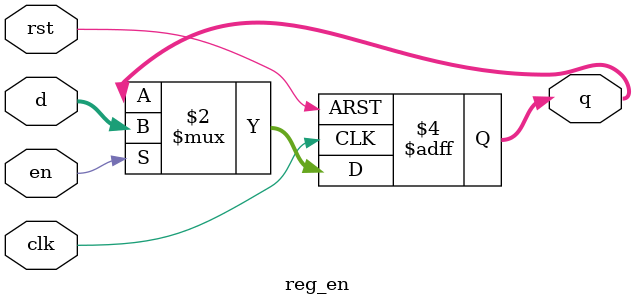
<source format=sv>

module reg_en
    #(
        parameter N = 32,
        parameter INIT = 0
    )
    (
        input logic clk, rst,
        input logic en,
        input logic [N-1:0] d,
        output logic [N-1:0] q
    );
    
    always_ff @(posedge clk, posedge rst)
        if (rst)
            q <= INIT;
        else if (en)
            q <= d;
endmodule

</source>
